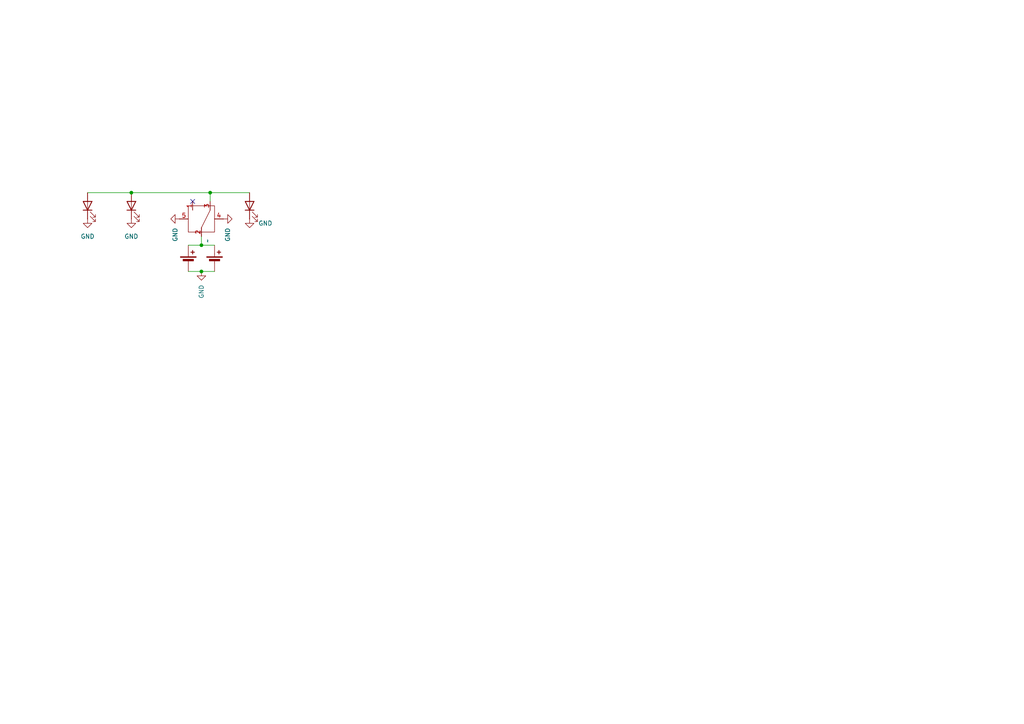
<source format=kicad_sch>
(kicad_sch
	(version 20231120)
	(generator "eeschema")
	(generator_version "8.0")
	(uuid "1e89f391-a449-489c-9a9d-fdd9103154b4")
	(paper "A4")
	(lib_symbols
		(symbol "Device:Battery_Cell"
			(pin_numbers hide)
			(pin_names
				(offset 0) hide)
			(exclude_from_sim no)
			(in_bom yes)
			(on_board yes)
			(property "Reference" "BT"
				(at 2.54 2.54 0)
				(effects
					(font
						(size 1.27 1.27)
					)
					(justify left)
				)
			)
			(property "Value" "Battery_Cell"
				(at 2.54 0 0)
				(effects
					(font
						(size 1.27 1.27)
					)
					(justify left)
				)
			)
			(property "Footprint" ""
				(at 0 1.524 90)
				(effects
					(font
						(size 1.27 1.27)
					)
					(hide yes)
				)
			)
			(property "Datasheet" "~"
				(at 0 1.524 90)
				(effects
					(font
						(size 1.27 1.27)
					)
					(hide yes)
				)
			)
			(property "Description" "Single-cell battery"
				(at 0 0 0)
				(effects
					(font
						(size 1.27 1.27)
					)
					(hide yes)
				)
			)
			(property "ki_keywords" "battery cell"
				(at 0 0 0)
				(effects
					(font
						(size 1.27 1.27)
					)
					(hide yes)
				)
			)
			(symbol "Battery_Cell_0_1"
				(rectangle
					(start -2.286 1.778)
					(end 2.286 1.524)
					(stroke
						(width 0)
						(type default)
					)
					(fill
						(type outline)
					)
				)
				(rectangle
					(start -1.524 1.016)
					(end 1.524 0.508)
					(stroke
						(width 0)
						(type default)
					)
					(fill
						(type outline)
					)
				)
				(polyline
					(pts
						(xy 0 0.762) (xy 0 0)
					)
					(stroke
						(width 0)
						(type default)
					)
					(fill
						(type none)
					)
				)
				(polyline
					(pts
						(xy 0 1.778) (xy 0 2.54)
					)
					(stroke
						(width 0)
						(type default)
					)
					(fill
						(type none)
					)
				)
				(polyline
					(pts
						(xy 0.762 3.048) (xy 1.778 3.048)
					)
					(stroke
						(width 0.254)
						(type default)
					)
					(fill
						(type none)
					)
				)
				(polyline
					(pts
						(xy 1.27 3.556) (xy 1.27 2.54)
					)
					(stroke
						(width 0.254)
						(type default)
					)
					(fill
						(type none)
					)
				)
			)
			(symbol "Battery_Cell_1_1"
				(pin passive line
					(at 0 5.08 270)
					(length 2.54)
					(name "+"
						(effects
							(font
								(size 1.27 1.27)
							)
						)
					)
					(number "1"
						(effects
							(font
								(size 1.27 1.27)
							)
						)
					)
				)
				(pin passive line
					(at 0 -2.54 90)
					(length 2.54)
					(name "-"
						(effects
							(font
								(size 1.27 1.27)
							)
						)
					)
					(number "2"
						(effects
							(font
								(size 1.27 1.27)
							)
						)
					)
				)
			)
		)
		(symbol "Device:LED"
			(pin_numbers hide)
			(pin_names
				(offset 1.016) hide)
			(exclude_from_sim no)
			(in_bom yes)
			(on_board yes)
			(property "Reference" "D"
				(at 0 2.54 0)
				(effects
					(font
						(size 1.27 1.27)
					)
				)
			)
			(property "Value" "LED"
				(at 0 -2.54 0)
				(effects
					(font
						(size 1.27 1.27)
					)
				)
			)
			(property "Footprint" ""
				(at 0 0 0)
				(effects
					(font
						(size 1.27 1.27)
					)
					(hide yes)
				)
			)
			(property "Datasheet" "~"
				(at 0 0 0)
				(effects
					(font
						(size 1.27 1.27)
					)
					(hide yes)
				)
			)
			(property "Description" "Light emitting diode"
				(at 0 0 0)
				(effects
					(font
						(size 1.27 1.27)
					)
					(hide yes)
				)
			)
			(property "ki_keywords" "LED diode"
				(at 0 0 0)
				(effects
					(font
						(size 1.27 1.27)
					)
					(hide yes)
				)
			)
			(property "ki_fp_filters" "LED* LED_SMD:* LED_THT:*"
				(at 0 0 0)
				(effects
					(font
						(size 1.27 1.27)
					)
					(hide yes)
				)
			)
			(symbol "LED_0_1"
				(polyline
					(pts
						(xy -1.27 -1.27) (xy -1.27 1.27)
					)
					(stroke
						(width 0.254)
						(type default)
					)
					(fill
						(type none)
					)
				)
				(polyline
					(pts
						(xy -1.27 0) (xy 1.27 0)
					)
					(stroke
						(width 0)
						(type default)
					)
					(fill
						(type none)
					)
				)
				(polyline
					(pts
						(xy 1.27 -1.27) (xy 1.27 1.27) (xy -1.27 0) (xy 1.27 -1.27)
					)
					(stroke
						(width 0.254)
						(type default)
					)
					(fill
						(type none)
					)
				)
				(polyline
					(pts
						(xy -3.048 -0.762) (xy -4.572 -2.286) (xy -3.81 -2.286) (xy -4.572 -2.286) (xy -4.572 -1.524)
					)
					(stroke
						(width 0)
						(type default)
					)
					(fill
						(type none)
					)
				)
				(polyline
					(pts
						(xy -1.778 -0.762) (xy -3.302 -2.286) (xy -2.54 -2.286) (xy -3.302 -2.286) (xy -3.302 -1.524)
					)
					(stroke
						(width 0)
						(type default)
					)
					(fill
						(type none)
					)
				)
			)
			(symbol "LED_1_1"
				(pin passive line
					(at -3.81 0 0)
					(length 2.54)
					(name "K"
						(effects
							(font
								(size 1.27 1.27)
							)
						)
					)
					(number "1"
						(effects
							(font
								(size 1.27 1.27)
							)
						)
					)
				)
				(pin passive line
					(at 3.81 0 180)
					(length 2.54)
					(name "A"
						(effects
							(font
								(size 1.27 1.27)
							)
						)
					)
					(number "2"
						(effects
							(font
								(size 1.27 1.27)
							)
						)
					)
				)
			)
		)
		(symbol "SLW-864587-2A-RA-N-D:SLW-864587-2A-RA-N-D"
			(exclude_from_sim no)
			(in_bom yes)
			(on_board yes)
			(property "Reference" "U"
				(at 0 0 0)
				(effects
					(font
						(size 1.27 1.27)
					)
				)
			)
			(property "Value" ""
				(at 0 0 0)
				(effects
					(font
						(size 1.27 1.27)
					)
				)
			)
			(property "Footprint" ""
				(at 0 0 0)
				(effects
					(font
						(size 1.27 1.27)
					)
					(hide yes)
				)
			)
			(property "Datasheet" ""
				(at 0 0 0)
				(effects
					(font
						(size 1.27 1.27)
					)
					(hide yes)
				)
			)
			(property "Description" ""
				(at 0 0 0)
				(effects
					(font
						(size 1.27 1.27)
					)
					(hide yes)
				)
			)
			(symbol "SLW-864587-2A-RA-N-D_0_1"
				(rectangle
					(start -3.81 5.08)
					(end 3.81 -2.54)
					(stroke
						(width 0)
						(type default)
					)
					(fill
						(type none)
					)
				)
				(polyline
					(pts
						(xy 0 -1.27) (xy 2.54 3.81)
					)
					(stroke
						(width 0)
						(type default)
					)
					(fill
						(type none)
					)
				)
			)
			(symbol "SLW-864587-2A-RA-N-D_1_1"
				(pin input line
					(at -2.54 6.35 270)
					(length 2.54)
					(name ""
						(effects
							(font
								(size 1.27 1.27)
							)
						)
					)
					(number "1"
						(effects
							(font
								(size 1.27 1.27)
							)
						)
					)
				)
				(pin input line
					(at 0 -3.81 90)
					(length 2.54)
					(name ""
						(effects
							(font
								(size 1.27 1.27)
							)
						)
					)
					(number "2"
						(effects
							(font
								(size 1.27 1.27)
							)
						)
					)
				)
				(pin input line
					(at 2.54 6.35 270)
					(length 2.54)
					(name ""
						(effects
							(font
								(size 1.27 1.27)
							)
						)
					)
					(number "3"
						(effects
							(font
								(size 1.27 1.27)
							)
						)
					)
				)
				(pin input line
					(at 6.35 1.27 180)
					(length 2.54)
					(name ""
						(effects
							(font
								(size 1.27 1.27)
							)
						)
					)
					(number "4"
						(effects
							(font
								(size 1.27 1.27)
							)
						)
					)
				)
				(pin input line
					(at -6.35 1.27 0)
					(length 2.54)
					(name ""
						(effects
							(font
								(size 1.27 1.27)
							)
						)
					)
					(number "5"
						(effects
							(font
								(size 1.27 1.27)
							)
						)
					)
				)
			)
		)
		(symbol "power:GND"
			(power)
			(pin_numbers hide)
			(pin_names
				(offset 0) hide)
			(exclude_from_sim no)
			(in_bom yes)
			(on_board yes)
			(property "Reference" "#PWR"
				(at 0 -6.35 0)
				(effects
					(font
						(size 1.27 1.27)
					)
					(hide yes)
				)
			)
			(property "Value" "GND"
				(at 0 -3.81 0)
				(effects
					(font
						(size 1.27 1.27)
					)
				)
			)
			(property "Footprint" ""
				(at 0 0 0)
				(effects
					(font
						(size 1.27 1.27)
					)
					(hide yes)
				)
			)
			(property "Datasheet" ""
				(at 0 0 0)
				(effects
					(font
						(size 1.27 1.27)
					)
					(hide yes)
				)
			)
			(property "Description" "Power symbol creates a global label with name \"GND\" , ground"
				(at 0 0 0)
				(effects
					(font
						(size 1.27 1.27)
					)
					(hide yes)
				)
			)
			(property "ki_keywords" "global power"
				(at 0 0 0)
				(effects
					(font
						(size 1.27 1.27)
					)
					(hide yes)
				)
			)
			(symbol "GND_0_1"
				(polyline
					(pts
						(xy 0 0) (xy 0 -1.27) (xy 1.27 -1.27) (xy 0 -2.54) (xy -1.27 -1.27) (xy 0 -1.27)
					)
					(stroke
						(width 0)
						(type default)
					)
					(fill
						(type none)
					)
				)
			)
			(symbol "GND_1_1"
				(pin power_in line
					(at 0 0 270)
					(length 0)
					(name "~"
						(effects
							(font
								(size 1.27 1.27)
							)
						)
					)
					(number "1"
						(effects
							(font
								(size 1.27 1.27)
							)
						)
					)
				)
			)
		)
	)
	(junction
		(at 58.42 71.12)
		(diameter 0)
		(color 0 0 0 0)
		(uuid "24044117-5400-4cb9-8a1a-45f362ed31d9")
	)
	(junction
		(at 58.42 78.74)
		(diameter 0)
		(color 0 0 0 0)
		(uuid "6c67f506-7879-4230-9c5e-a662411c55cb")
	)
	(junction
		(at 60.96 55.88)
		(diameter 0)
		(color 0 0 0 0)
		(uuid "802afd4a-8aeb-4818-b27b-a49f1a1419f3")
	)
	(junction
		(at 38.1 55.88)
		(diameter 0)
		(color 0 0 0 0)
		(uuid "9b8d8694-517f-4ad0-8c7a-fe1751e2d26f")
	)
	(no_connect
		(at 55.88 58.42)
		(uuid "069990e0-b685-4e32-8b11-26faa3b4925e")
	)
	(wire
		(pts
			(xy 60.96 58.42) (xy 60.96 55.88)
		)
		(stroke
			(width 0)
			(type default)
		)
		(uuid "2bbf0aaf-6e29-4a58-9cba-d970a554c61d")
	)
	(wire
		(pts
			(xy 60.96 55.88) (xy 72.39 55.88)
		)
		(stroke
			(width 0)
			(type default)
		)
		(uuid "3f0325a0-4279-449c-9a8a-62f4c93825e7")
	)
	(wire
		(pts
			(xy 58.42 71.12) (xy 58.42 68.58)
		)
		(stroke
			(width 0)
			(type default)
		)
		(uuid "493f5892-14e5-4e4b-bfb2-c90907073772")
	)
	(wire
		(pts
			(xy 58.42 78.74) (xy 62.23 78.74)
		)
		(stroke
			(width 0)
			(type default)
		)
		(uuid "5ea38bc6-c8dc-4875-a908-f34e6c7c0d17")
	)
	(wire
		(pts
			(xy 38.1 55.88) (xy 25.4 55.88)
		)
		(stroke
			(width 0)
			(type default)
		)
		(uuid "6dcfbefd-6704-4f92-b173-c914edea599a")
	)
	(wire
		(pts
			(xy 38.1 55.88) (xy 60.96 55.88)
		)
		(stroke
			(width 0)
			(type default)
		)
		(uuid "b477216c-bf87-4383-8fbb-a4f1b3ae4152")
	)
	(wire
		(pts
			(xy 54.61 78.74) (xy 58.42 78.74)
		)
		(stroke
			(width 0)
			(type default)
		)
		(uuid "ea68b0bb-5900-4c96-b36e-37cff68389f4")
	)
	(wire
		(pts
			(xy 58.42 71.12) (xy 62.23 71.12)
		)
		(stroke
			(width 0)
			(type default)
		)
		(uuid "eb8d4348-1ddc-4fb2-9280-1c7f49991655")
	)
	(wire
		(pts
			(xy 54.61 71.12) (xy 58.42 71.12)
		)
		(stroke
			(width 0)
			(type default)
		)
		(uuid "f2850cb3-2388-4897-8c01-e0db4e481141")
	)
	(symbol
		(lib_id "power:GND")
		(at 52.07 63.5 270)
		(unit 1)
		(exclude_from_sim no)
		(in_bom yes)
		(on_board yes)
		(dnp no)
		(fields_autoplaced yes)
		(uuid "06f4fe05-c100-4755-84c5-de73c4e91eee")
		(property "Reference" "#PWR04"
			(at 45.72 63.5 0)
			(effects
				(font
					(size 1.27 1.27)
				)
				(hide yes)
			)
		)
		(property "Value" "GND"
			(at 50.8001 66.04 0)
			(effects
				(font
					(size 1.27 1.27)
				)
				(justify left)
			)
		)
		(property "Footprint" ""
			(at 52.07 63.5 0)
			(effects
				(font
					(size 1.27 1.27)
				)
				(hide yes)
			)
		)
		(property "Datasheet" ""
			(at 52.07 63.5 0)
			(effects
				(font
					(size 1.27 1.27)
				)
				(hide yes)
			)
		)
		(property "Description" "Power symbol creates a global label with name \"GND\" , ground"
			(at 52.07 63.5 0)
			(effects
				(font
					(size 1.27 1.27)
				)
				(hide yes)
			)
		)
		(pin "1"
			(uuid "9813e7d5-8156-443b-b7fb-78e120237c25")
		)
		(instances
			(project "Xii-SBar"
				(path "/1e89f391-a449-489c-9a9d-fdd9103154b4"
					(reference "#PWR04")
					(unit 1)
				)
			)
		)
	)
	(symbol
		(lib_id "power:GND")
		(at 58.42 78.74 0)
		(unit 1)
		(exclude_from_sim no)
		(in_bom yes)
		(on_board yes)
		(dnp no)
		(fields_autoplaced yes)
		(uuid "0c12c7bb-f169-4c3f-b25c-0b1069cf394d")
		(property "Reference" "#PWR03"
			(at 58.42 85.09 0)
			(effects
				(font
					(size 1.27 1.27)
				)
				(hide yes)
			)
		)
		(property "Value" "GND"
			(at 58.4201 82.55 90)
			(effects
				(font
					(size 1.27 1.27)
				)
				(justify right)
			)
		)
		(property "Footprint" ""
			(at 58.42 78.74 0)
			(effects
				(font
					(size 1.27 1.27)
				)
				(hide yes)
			)
		)
		(property "Datasheet" ""
			(at 58.42 78.74 0)
			(effects
				(font
					(size 1.27 1.27)
				)
				(hide yes)
			)
		)
		(property "Description" "Power symbol creates a global label with name \"GND\" , ground"
			(at 58.42 78.74 0)
			(effects
				(font
					(size 1.27 1.27)
				)
				(hide yes)
			)
		)
		(pin "1"
			(uuid "84b5bfea-7645-48dd-af29-704043498ad9")
		)
		(instances
			(project "Xii-SBar"
				(path "/1e89f391-a449-489c-9a9d-fdd9103154b4"
					(reference "#PWR03")
					(unit 1)
				)
			)
		)
	)
	(symbol
		(lib_id "power:GND")
		(at 64.77 63.5 90)
		(unit 1)
		(exclude_from_sim no)
		(in_bom yes)
		(on_board yes)
		(dnp no)
		(fields_autoplaced yes)
		(uuid "27ecbc53-4be1-4b3f-85d9-2f1783c90f48")
		(property "Reference" "#PWR05"
			(at 71.12 63.5 0)
			(effects
				(font
					(size 1.27 1.27)
				)
				(hide yes)
			)
		)
		(property "Value" "GND"
			(at 66.0401 66.04 0)
			(effects
				(font
					(size 1.27 1.27)
				)
				(justify right)
			)
		)
		(property "Footprint" ""
			(at 64.77 63.5 0)
			(effects
				(font
					(size 1.27 1.27)
				)
				(hide yes)
			)
		)
		(property "Datasheet" ""
			(at 64.77 63.5 0)
			(effects
				(font
					(size 1.27 1.27)
				)
				(hide yes)
			)
		)
		(property "Description" "Power symbol creates a global label with name \"GND\" , ground"
			(at 64.77 63.5 0)
			(effects
				(font
					(size 1.27 1.27)
				)
				(hide yes)
			)
		)
		(pin "1"
			(uuid "e03f49b2-aea2-4b2b-9288-fd31aa0fd2fc")
		)
		(instances
			(project "Xii-SBar"
				(path "/1e89f391-a449-489c-9a9d-fdd9103154b4"
					(reference "#PWR05")
					(unit 1)
				)
			)
		)
	)
	(symbol
		(lib_id "power:GND")
		(at 25.4 63.5 0)
		(unit 1)
		(exclude_from_sim no)
		(in_bom yes)
		(on_board yes)
		(dnp no)
		(fields_autoplaced yes)
		(uuid "299c0134-d999-4d23-bb80-a3ba6e2e703f")
		(property "Reference" "#PWR02"
			(at 25.4 69.85 0)
			(effects
				(font
					(size 1.27 1.27)
				)
				(hide yes)
			)
		)
		(property "Value" "GND"
			(at 25.4 68.58 0)
			(effects
				(font
					(size 1.27 1.27)
				)
			)
		)
		(property "Footprint" ""
			(at 25.4 63.5 0)
			(effects
				(font
					(size 1.27 1.27)
				)
				(hide yes)
			)
		)
		(property "Datasheet" ""
			(at 25.4 63.5 0)
			(effects
				(font
					(size 1.27 1.27)
				)
				(hide yes)
			)
		)
		(property "Description" "Power symbol creates a global label with name \"GND\" , ground"
			(at 25.4 63.5 0)
			(effects
				(font
					(size 1.27 1.27)
				)
				(hide yes)
			)
		)
		(pin "1"
			(uuid "2aa859f2-669d-4158-8806-85b0b040f453")
		)
		(instances
			(project "Xii-SBar"
				(path "/1e89f391-a449-489c-9a9d-fdd9103154b4"
					(reference "#PWR02")
					(unit 1)
				)
			)
		)
	)
	(symbol
		(lib_id "Device:Battery_Cell")
		(at 54.61 76.2 0)
		(unit 1)
		(exclude_from_sim no)
		(in_bom yes)
		(on_board yes)
		(dnp no)
		(fields_autoplaced yes)
		(uuid "2f10a400-1599-410f-ae1d-b28557dbc1a7")
		(property "Reference" "BT?"
			(at 62.23 74.3585 90)
			(effects
				(font
					(size 1.27 1.27)
				)
				(hide yes)
			)
		)
		(property "Value" "Battery_Cell"
			(at 59.69 74.3585 90)
			(effects
				(font
					(size 1.27 1.27)
				)
				(hide yes)
			)
		)
		(property "Footprint" "Battery:BatteryHolder_Keystone_2466_1xAAA"
			(at 54.61 74.676 90)
			(effects
				(font
					(size 1.27 1.27)
				)
				(hide yes)
			)
		)
		(property "Datasheet" "~"
			(at 54.61 74.676 90)
			(effects
				(font
					(size 1.27 1.27)
				)
				(hide yes)
			)
		)
		(property "Description" "Single-cell battery"
			(at 54.61 76.2 0)
			(effects
				(font
					(size 1.27 1.27)
				)
				(hide yes)
			)
		)
		(pin "2"
			(uuid "68fb3693-55f3-4aef-9d58-4a65eba56d18")
		)
		(pin "1"
			(uuid "fee6b504-35c9-46d9-84c0-47daa3db80c9")
		)
		(instances
			(project "Xii-SBar"
				(path "/1e89f391-a449-489c-9a9d-fdd9103154b4"
					(reference "BT?")
					(unit 1)
				)
			)
		)
	)
	(symbol
		(lib_id "power:GND")
		(at 72.39 63.5 0)
		(unit 1)
		(exclude_from_sim no)
		(in_bom yes)
		(on_board yes)
		(dnp no)
		(fields_autoplaced yes)
		(uuid "38057213-aedb-43bd-ad04-724a8ca3c551")
		(property "Reference" "#PWR01"
			(at 72.39 69.85 0)
			(effects
				(font
					(size 1.27 1.27)
				)
				(hide yes)
			)
		)
		(property "Value" "GND"
			(at 74.93 64.7699 0)
			(effects
				(font
					(size 1.27 1.27)
				)
				(justify left)
			)
		)
		(property "Footprint" ""
			(at 72.39 63.5 0)
			(effects
				(font
					(size 1.27 1.27)
				)
				(hide yes)
			)
		)
		(property "Datasheet" ""
			(at 72.39 63.5 0)
			(effects
				(font
					(size 1.27 1.27)
				)
				(hide yes)
			)
		)
		(property "Description" "Power symbol creates a global label with name \"GND\" , ground"
			(at 72.39 63.5 0)
			(effects
				(font
					(size 1.27 1.27)
				)
				(hide yes)
			)
		)
		(pin "1"
			(uuid "35c806a8-18a8-4d60-9c6b-66042d912354")
		)
		(instances
			(project ""
				(path "/1e89f391-a449-489c-9a9d-fdd9103154b4"
					(reference "#PWR01")
					(unit 1)
				)
			)
		)
	)
	(symbol
		(lib_id "power:GND")
		(at 38.1 63.5 0)
		(unit 1)
		(exclude_from_sim no)
		(in_bom yes)
		(on_board yes)
		(dnp no)
		(fields_autoplaced yes)
		(uuid "467c3132-c884-457b-a23d-7f22a8ff4f61")
		(property "Reference" "#PWR06"
			(at 38.1 69.85 0)
			(effects
				(font
					(size 1.27 1.27)
				)
				(hide yes)
			)
		)
		(property "Value" "GND"
			(at 38.1 68.58 0)
			(effects
				(font
					(size 1.27 1.27)
				)
			)
		)
		(property "Footprint" ""
			(at 38.1 63.5 0)
			(effects
				(font
					(size 1.27 1.27)
				)
				(hide yes)
			)
		)
		(property "Datasheet" ""
			(at 38.1 63.5 0)
			(effects
				(font
					(size 1.27 1.27)
				)
				(hide yes)
			)
		)
		(property "Description" "Power symbol creates a global label with name \"GND\" , ground"
			(at 38.1 63.5 0)
			(effects
				(font
					(size 1.27 1.27)
				)
				(hide yes)
			)
		)
		(pin "1"
			(uuid "814f5439-b1ac-469e-b46f-4f74e6d6aa77")
		)
		(instances
			(project "Xii-SBar"
				(path "/1e89f391-a449-489c-9a9d-fdd9103154b4"
					(reference "#PWR06")
					(unit 1)
				)
			)
		)
	)
	(symbol
		(lib_id "Device:LED")
		(at 25.4 59.69 90)
		(unit 1)
		(exclude_from_sim no)
		(in_bom yes)
		(on_board yes)
		(dnp no)
		(fields_autoplaced yes)
		(uuid "a9cbe413-9ba5-42fe-9f5e-cb082a1ca08f")
		(property "Reference" "D1"
			(at 29.21 60.0074 90)
			(effects
				(font
					(size 1.27 1.27)
				)
				(justify right)
				(hide yes)
			)
		)
		(property "Value" "LED"
			(at 29.21 62.5474 90)
			(effects
				(font
					(size 1.27 1.27)
				)
				(justify right)
				(hide yes)
			)
		)
		(property "Footprint" "LED_THT:LED_D3.0mm_Horizontal_O1.27mm_Z10.0mm"
			(at 25.4 59.69 0)
			(effects
				(font
					(size 1.27 1.27)
				)
				(hide yes)
			)
		)
		(property "Datasheet" "~"
			(at 25.4 59.69 0)
			(effects
				(font
					(size 1.27 1.27)
				)
				(hide yes)
			)
		)
		(property "Description" "Light emitting diode"
			(at 25.4 59.69 0)
			(effects
				(font
					(size 1.27 1.27)
				)
				(hide yes)
			)
		)
		(pin "2"
			(uuid "566a3b90-d9ce-4cb8-aebe-c759b87f587a")
		)
		(pin "1"
			(uuid "dcd08203-9068-48e1-8e63-8acd87b017fb")
		)
		(instances
			(project "Xii-SBar"
				(path "/1e89f391-a449-489c-9a9d-fdd9103154b4"
					(reference "D1")
					(unit 1)
				)
			)
		)
	)
	(symbol
		(lib_id "Device:Battery_Cell")
		(at 62.23 76.2 0)
		(unit 1)
		(exclude_from_sim no)
		(in_bom yes)
		(on_board yes)
		(dnp no)
		(fields_autoplaced yes)
		(uuid "af987849-cf8f-4517-aa3c-decec2fbf950")
		(property "Reference" "BT1"
			(at 69.85 74.3585 90)
			(effects
				(font
					(size 1.27 1.27)
				)
				(hide yes)
			)
		)
		(property "Value" "Battery_Cell"
			(at 67.31 74.3585 90)
			(effects
				(font
					(size 1.27 1.27)
				)
				(hide yes)
			)
		)
		(property "Footprint" "Battery:BatteryHolder_Keystone_2466_1xAAA"
			(at 62.23 74.676 90)
			(effects
				(font
					(size 1.27 1.27)
				)
				(hide yes)
			)
		)
		(property "Datasheet" "~"
			(at 62.23 74.676 90)
			(effects
				(font
					(size 1.27 1.27)
				)
				(hide yes)
			)
		)
		(property "Description" "Single-cell battery"
			(at 62.23 76.2 0)
			(effects
				(font
					(size 1.27 1.27)
				)
				(hide yes)
			)
		)
		(pin "2"
			(uuid "516de06e-12b7-4b85-8c9f-0d70a3053051")
		)
		(pin "1"
			(uuid "cca7636f-f0c8-4f5a-ab49-7cf047d2f5e2")
		)
		(instances
			(project ""
				(path "/1e89f391-a449-489c-9a9d-fdd9103154b4"
					(reference "BT1")
					(unit 1)
				)
			)
		)
	)
	(symbol
		(lib_id "Device:LED")
		(at 38.1 59.69 90)
		(unit 1)
		(exclude_from_sim no)
		(in_bom yes)
		(on_board yes)
		(dnp no)
		(fields_autoplaced yes)
		(uuid "bb7b922b-694f-4a08-99d2-5d36dd4d9f59")
		(property "Reference" "D3"
			(at 41.91 60.0074 90)
			(effects
				(font
					(size 1.27 1.27)
				)
				(justify right)
				(hide yes)
			)
		)
		(property "Value" "LED"
			(at 41.91 62.5474 90)
			(effects
				(font
					(size 1.27 1.27)
				)
				(justify right)
				(hide yes)
			)
		)
		(property "Footprint" "LED_THT:LED_D1.8mm_W1.8mm_H2.4mm_Horizontal_O1.27mm_Z1.6mm"
			(at 38.1 59.69 0)
			(effects
				(font
					(size 1.27 1.27)
				)
				(hide yes)
			)
		)
		(property "Datasheet" "~"
			(at 38.1 59.69 0)
			(effects
				(font
					(size 1.27 1.27)
				)
				(hide yes)
			)
		)
		(property "Description" "Light emitting diode"
			(at 38.1 59.69 0)
			(effects
				(font
					(size 1.27 1.27)
				)
				(hide yes)
			)
		)
		(pin "2"
			(uuid "9cd783ea-b008-4059-9ec1-2ed28cd5a6cc")
		)
		(pin "1"
			(uuid "8383d565-e1ef-4b33-a6f8-1e889a8b928f")
		)
		(instances
			(project "Xii-SBar"
				(path "/1e89f391-a449-489c-9a9d-fdd9103154b4"
					(reference "D3")
					(unit 1)
				)
			)
		)
	)
	(symbol
		(lib_id "Device:LED")
		(at 72.39 59.69 90)
		(unit 1)
		(exclude_from_sim no)
		(in_bom yes)
		(on_board yes)
		(dnp no)
		(fields_autoplaced yes)
		(uuid "bcb46091-2d30-44b7-bd13-1a3566e50803")
		(property "Reference" "D2"
			(at 76.2 60.0074 90)
			(effects
				(font
					(size 1.27 1.27)
				)
				(justify right)
				(hide yes)
			)
		)
		(property "Value" "LED"
			(at 76.2 62.5474 90)
			(effects
				(font
					(size 1.27 1.27)
				)
				(justify right)
				(hide yes)
			)
		)
		(property "Footprint" "LED_THT:LED_D3.0mm_Horizontal_O1.27mm_Z10.0mm"
			(at 72.39 59.69 0)
			(effects
				(font
					(size 1.27 1.27)
				)
				(hide yes)
			)
		)
		(property "Datasheet" "~"
			(at 72.39 59.69 0)
			(effects
				(font
					(size 1.27 1.27)
				)
				(hide yes)
			)
		)
		(property "Description" "Light emitting diode"
			(at 72.39 59.69 0)
			(effects
				(font
					(size 1.27 1.27)
				)
				(hide yes)
			)
		)
		(pin "2"
			(uuid "0d0c3113-21d1-4bef-a0f3-3f96a1f6de45")
		)
		(pin "1"
			(uuid "cd2c7400-7e08-4618-acbe-555aedfaeec1")
		)
		(instances
			(project ""
				(path "/1e89f391-a449-489c-9a9d-fdd9103154b4"
					(reference "D2")
					(unit 1)
				)
			)
		)
	)
	(symbol
		(lib_id "SLW-864587-2A-RA-N-D:SLW-864587-2A-RA-N-D")
		(at 58.42 64.77 0)
		(unit 1)
		(exclude_from_sim no)
		(in_bom yes)
		(on_board yes)
		(dnp no)
		(uuid "c0c7a008-bc09-4b14-88d2-526eb78be78c")
		(property "Reference" "U1"
			(at 62.1032 95.25 90)
			(effects
				(font
					(size 1.27 1.27)
				)
				(hide yes)
			)
		)
		(property "Value" "~"
			(at 60.1981 69.85 90)
			(effects
				(font
					(size 1.27 1.27)
				)
			)
		)
		(property "Footprint" "SLW-864587-2A-RA-N-D:SLW-864587-2A-RA-N-D"
			(at 58.42 64.77 0)
			(effects
				(font
					(size 1.27 1.27)
				)
				(hide yes)
			)
		)
		(property "Datasheet" ""
			(at 58.42 64.77 0)
			(effects
				(font
					(size 1.27 1.27)
				)
				(hide yes)
			)
		)
		(property "Description" ""
			(at 58.42 64.77 0)
			(effects
				(font
					(size 1.27 1.27)
				)
				(hide yes)
			)
		)
		(pin "2"
			(uuid "9892e6f1-7720-4e1e-937d-8a701d8f7c9d")
		)
		(pin "3"
			(uuid "a0d1d04f-5cb7-4f3e-81e5-026ff1d4d7bc")
		)
		(pin "4"
			(uuid "e10cb4e6-6cd8-41e8-aa44-2ed846a5a211")
		)
		(pin "5"
			(uuid "e3da605f-7447-4123-8e8c-ca135eb474bb")
		)
		(pin "1"
			(uuid "27c6ec49-b882-4478-ac32-b74a55750fa3")
		)
		(instances
			(project ""
				(path "/1e89f391-a449-489c-9a9d-fdd9103154b4"
					(reference "U1")
					(unit 1)
				)
			)
		)
	)
	(sheet_instances
		(path "/"
			(page "1")
		)
	)
)

</source>
